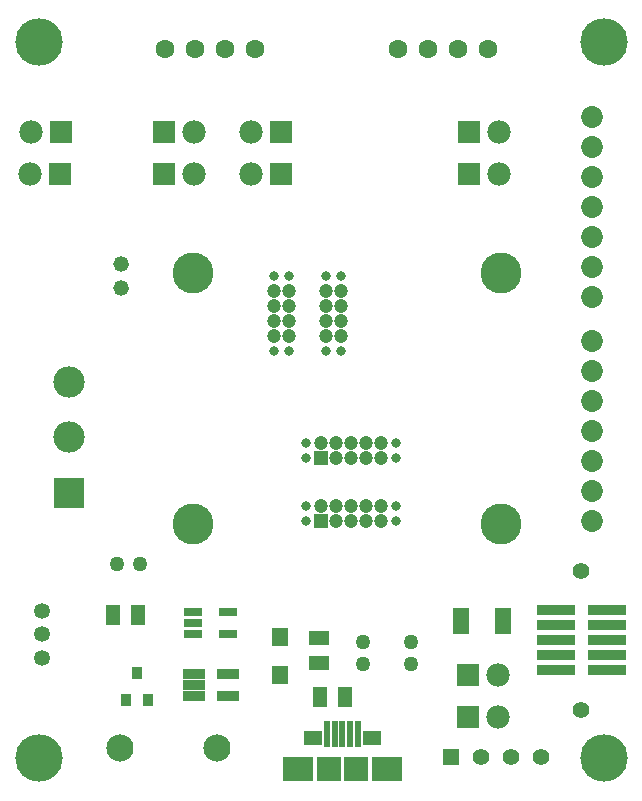
<source format=gts>
G04*
G04 #@! TF.GenerationSoftware,Altium Limited,Altium Designer,23.0.1 (38)*
G04*
G04 Layer_Color=8388736*
%FSLAX25Y25*%
%MOIN*%
G70*
G04*
G04 #@! TF.SameCoordinates,E0BBA437-4333-49BD-AE1E-3590298AE75E*
G04*
G04*
G04 #@! TF.FilePolarity,Negative*
G04*
G01*
G75*
%ADD30R,0.03556X0.04343*%
%ADD31R,0.12804X0.03713*%
%ADD32R,0.05600X0.06200*%
%ADD33R,0.06159X0.02568*%
%ADD34R,0.07306X0.03556*%
%ADD35R,0.05131X0.07099*%
%ADD36R,0.05524X0.08674*%
%ADD37R,0.07099X0.05131*%
%ADD38R,0.09855X0.08280*%
%ADD39R,0.07887X0.08280*%
%ADD40R,0.02375X0.08674*%
%ADD41C,0.05485*%
%ADD42C,0.13674*%
%ADD43C,0.03241*%
%ADD44C,0.04737*%
%ADD45R,0.04737X0.04737*%
%ADD46C,0.05000*%
%ADD47C,0.07296*%
%ADD48C,0.07800*%
%ADD49R,0.07800X0.07800*%
%ADD50C,0.06300*%
%ADD51C,0.09068*%
%ADD52C,0.15800*%
%ADD53C,0.05200*%
%ADD54C,0.05300*%
%ADD55R,0.05500X0.05500*%
%ADD56C,0.05500*%
%ADD57R,0.10446X0.10446*%
%ADD58C,0.10446*%
%ADD59R,0.05131X0.07887*%
%ADD60R,0.06312X0.04737*%
D30*
X43600Y39328D02*
D03*
X47340Y30272D02*
D03*
X39860D02*
D03*
D31*
X183298Y60100D02*
D03*
X200102D02*
D03*
X183298Y55100D02*
D03*
X200102D02*
D03*
X183298Y50100D02*
D03*
X200102D02*
D03*
X183298Y45100D02*
D03*
X200102D02*
D03*
X183298Y40100D02*
D03*
X200102D02*
D03*
D32*
X91200Y38550D02*
D03*
Y51350D02*
D03*
D33*
X74026Y59740D02*
D03*
Y52260D02*
D03*
X62174D02*
D03*
Y56000D02*
D03*
Y59740D02*
D03*
D34*
X62588Y39040D02*
D03*
Y35300D02*
D03*
Y31560D02*
D03*
X74012Y31560D02*
D03*
Y39040D02*
D03*
D35*
X112734Y31300D02*
D03*
X104466D02*
D03*
X43934Y58500D02*
D03*
X35666D02*
D03*
D36*
X151500Y56700D02*
D03*
X165500D02*
D03*
D37*
X104200Y42566D02*
D03*
Y50834D02*
D03*
D38*
X126823Y7089D02*
D03*
X97295D02*
D03*
D39*
X116587D02*
D03*
X107531D02*
D03*
D40*
X106941Y18900D02*
D03*
X109500D02*
D03*
X112059D02*
D03*
X114618D02*
D03*
X117177D02*
D03*
D41*
X191700Y73200D02*
D03*
Y27000D02*
D03*
D42*
X62200Y172700D02*
D03*
X164900D02*
D03*
X62200Y88800D02*
D03*
X164900D02*
D03*
D43*
X106500Y171600D02*
D03*
X111500D02*
D03*
X106500Y146600D02*
D03*
X111500D02*
D03*
X89300Y171600D02*
D03*
X94300D02*
D03*
X89300Y146600D02*
D03*
X94300D02*
D03*
X100000Y89900D02*
D03*
Y94900D02*
D03*
X130000Y89900D02*
D03*
Y94900D02*
D03*
X100000Y110800D02*
D03*
Y115800D02*
D03*
X130000Y110800D02*
D03*
Y115800D02*
D03*
D44*
X106500Y166600D02*
D03*
X111500D02*
D03*
X106500Y161600D02*
D03*
X111500D02*
D03*
X106500Y156600D02*
D03*
X111500D02*
D03*
X106500Y151600D02*
D03*
X111500D02*
D03*
X89300Y166600D02*
D03*
X94300D02*
D03*
X89300Y161600D02*
D03*
X94300D02*
D03*
X89300Y156600D02*
D03*
X94300D02*
D03*
X89300Y151600D02*
D03*
X94300D02*
D03*
X125000Y94900D02*
D03*
Y89900D02*
D03*
X120000Y94900D02*
D03*
Y89900D02*
D03*
X115000Y94900D02*
D03*
Y89900D02*
D03*
X110000Y94900D02*
D03*
Y89900D02*
D03*
X105000Y94900D02*
D03*
X125000Y115800D02*
D03*
Y110800D02*
D03*
X120000Y115800D02*
D03*
Y110800D02*
D03*
X115000Y115800D02*
D03*
Y110800D02*
D03*
X110000Y115800D02*
D03*
Y110800D02*
D03*
X105000Y115800D02*
D03*
D45*
Y89900D02*
D03*
Y110800D02*
D03*
D46*
X44400Y75482D02*
D03*
X37000D02*
D03*
X134800Y49700D02*
D03*
Y42300D02*
D03*
X118900D02*
D03*
Y49700D02*
D03*
D47*
X195300Y224700D02*
D03*
Y214700D02*
D03*
Y204700D02*
D03*
Y194700D02*
D03*
Y184700D02*
D03*
Y174700D02*
D03*
Y164700D02*
D03*
Y149800D02*
D03*
Y139800D02*
D03*
Y129800D02*
D03*
Y119800D02*
D03*
Y109800D02*
D03*
Y99800D02*
D03*
Y89800D02*
D03*
D48*
X163800Y24600D02*
D03*
X81600Y219500D02*
D03*
Y205700D02*
D03*
X62500D02*
D03*
X7900D02*
D03*
X164200Y219500D02*
D03*
Y205700D02*
D03*
X163900Y38500D02*
D03*
X8100Y219500D02*
D03*
X62500D02*
D03*
D49*
X153800Y24600D02*
D03*
X91600Y219500D02*
D03*
Y205700D02*
D03*
X52500D02*
D03*
X17900D02*
D03*
X154200Y219500D02*
D03*
Y205700D02*
D03*
X153900Y38500D02*
D03*
X18100Y219500D02*
D03*
X52500D02*
D03*
D50*
X82900Y247100D02*
D03*
X72900D02*
D03*
X62900D02*
D03*
X52900D02*
D03*
X130400D02*
D03*
X140400D02*
D03*
X150400D02*
D03*
X160400D02*
D03*
D51*
X70200Y14200D02*
D03*
X38000D02*
D03*
D52*
X10900Y10900D02*
D03*
X199100Y249500D02*
D03*
Y10900D02*
D03*
X10900Y249500D02*
D03*
D53*
X38100Y175474D02*
D03*
Y167600D02*
D03*
D54*
X12000Y44226D02*
D03*
Y52100D02*
D03*
Y59974D02*
D03*
D55*
X148300Y11400D02*
D03*
D56*
X158300D02*
D03*
X168300D02*
D03*
X178300D02*
D03*
D57*
X21000Y99296D02*
D03*
D58*
Y117800D02*
D03*
Y136304D02*
D03*
D59*
X98259Y7089D02*
D03*
X125839D02*
D03*
D60*
X102216Y17719D02*
D03*
X121902D02*
D03*
M02*

</source>
